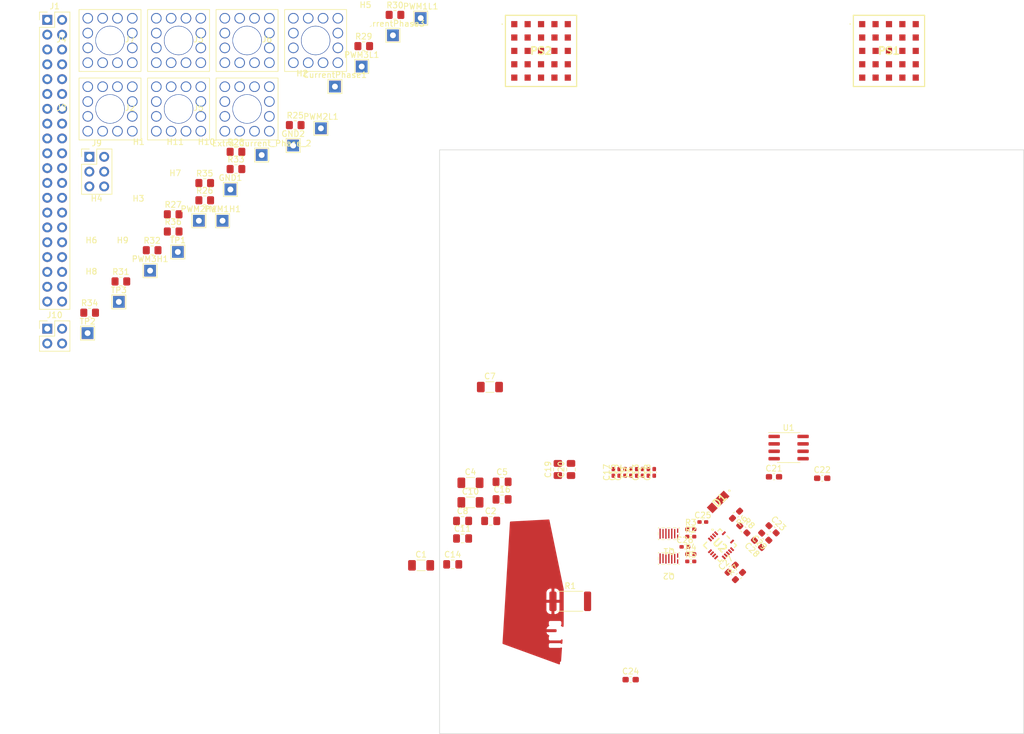
<source format=kicad_pcb>
(kicad_pcb (version 20211014) (generator pcbnew)
  (layers (0 "F.Cu" signal) (1 "In1.Cu" signal) (2 "In2.Cu" signal) (31 "B.Cu" signal) (34 "B.Paste" user) (35 "F.Paste" user) (36 "B.SilkS" user "B.Silkscreen") (37 "F.SilkS" user "F.Silkscreen") (38 "B.Mask" user) (39 "F.Mask" user) (44 "Edge.Cuts" user))
  (net 0 "")
  (net 1 "GNDPWR")
  (net 6 "/halfbridge1/Batt+")
  (net 7 "/halfbridge1/5V")
  (net 8 "/halfbridge1/12V")
  (net 10 "CurrentPhase3")
  (net 16 "Net-(J10-Pad3)")
  (net 21 "Hall_A")
  (net 22 "Hall_B")
  (net 24 "Hall_C")
  (net 25 "Net-(J9-Pad4)")
  (net 31 "CurrentPhase1")
  (net 32 "extraCurrentPhase2")
  (net 33 "Net-(C22-Pad2)")
  (net 34 "Net-(C23-Pad1)")
  (net 35 "Net-(C24-Pad1)")
  (net 36 "Net-(C24-Pad2)")
  (net 37 "Net-(C25-Pad2)")
  (net 38 "Net-(C26-Pad1)")
  (net 39 "Net-(C27-Pad1)")
  (net 40 "Net-(D1-Pad1)")
  (net 41 "Batt+")
  (net 42 "5V")
  (net 43 "PWM2H")
  (net 44 "12V")
  (net 49 "/DCDC12/PGOOD_1")
  (net 50 "/DCDC5V/PGOOD_2")
  (net 51 "/DCDC5V/TRIM_2")
  (net 52 "PWM1H")
  (net 53 "PWM2L")
  (net 54 "/halfbridge1/EN_uC")
  (net 55 "PWM1L")
  (net 56 "PWM3L")
  (net 57 "PWM3H")
  (net 58 "Phase3")
  (net 59 "Phase2")
  (net 60 "Phase1")
  (net 61 "Net-(Q1-Pad1)")
  (net 62 "Net-(Q1-Pad3)")
  (net 63 "Net-(Q2-Pad3)")
  (net 64 "Net-(R2-Pad2)")
  (net 65 "Net-(R3-Pad2)")
  (net 66 "Net-(R4-Pad2)")
  (net 67 "Net-(R5-Pad2)")
  (net 68 "/halfbridge1/CurrentMesurement")
  (net 69 "Net-(J9-Pad5)")
  (net 70 "Net-(J9-Pad6)")
  (net 71 "EnablePhase3")
  (net 72 "EnablePhase1")
  (net 73 "EnablePhase2")
  (net 74 "/halfbridge1/Phase")
  (net 79 "/halfbridge1/LIN_uC")
  (net 80 "/halfbridge1/HIN_uC")
  (footprint "TerminalBlock_Wuerth:TerminalBlock_Wuerth_7461086" (layer "F.Cu") (at -0.895 25.055)
    (fp_text reference "J6" (at -4.5 -4 unlocked) (layer "F.SilkS"))
    (fp_text value "105-1102-001")
    (pad "1" thru_hole circle (at 0 -7.62) (size 1.8 1.8) (drill 1.475) (layers *.Cu *.Mask) (net 44 "12V"))
    (pad "1" thru_hole circle (at 0 -2.54) (size 1.8 1.8) (drill 1.475) (layers *.Cu *.Mask) (net 44 "12V"))
    (pad "1" thru_hole circle (at 2.54 0) (size 1.8 1.8) (drill 1.475) (layers *.Cu *.Mask) (net 44 "12V"))
    (pad "1" thru_hole circle (at 5.08 0) (size 1.8 1.8) (drill 1.475) (layers *.Cu *.Mask) (net 44 "12V"))
    (pad "1" thru_hole circle (at 3.81 -3.81) (size 5 5) (drill 4.8) (layers *.Cu *.Mask) (net 44 "12V"))
    (pad "1" thru_hole circle (at 7.62 -7.62) (size 1.8 1.8) (drill 1.475) (layers *.Cu *.Mask) (net 44 "12V"))
    (pad "1" thru_hole circle (at 5.08 -7.62) (size 1.8 1.8) (drill 1.475) (layers *.Cu *.Mask) (net 44 "12V"))
    (pad "1" thru_hole circle (at 7.62 0) (size 1.8 1.8) (drill 1.475) (layers *.Cu *.Mask) (net 44 "12V"))
    (pad "1" thru_hole circle (at 0 -5.08) (size 1.8 1.8) (drill 1.475) (layers *.Cu *.Mask) (net 44 "12V"))
    (pad "1" thru_hole circle (at 7.62 -2.54) (size 1.8 1.8) (drill 1.475) (layers *.Cu *.Mask) (net 44 "12V"))
    (pad "1" thru_hole circle (at 7.62 -5.08) (size 1.8 1.8) (drill 1.475) (layers *.Cu *.Mask) (net 44 "12V"))
    (pad "1" thru_hole circle (at 0 0) (size 1.8 1.8) (drill 1.475) (layers *.Cu *.Mask) (net 44 "12V"))
    (pad "1" thru_hole circle (at 2.54 -7.62) (size 1.8 1.8) (drill 1.475) (layers *.Cu *.Mask) (net 44 "12V"))
  )
  (footprint "Capacitor_SMD:C_1206_3216Metric_Pad1.33x1.80mm_HandSolder" (layer "F.Cu") (at 20.97 111.15)
    (fp_text reference "C1" (at 0 -1.85) (layer "F.SilkS"))
    (fp_text value "4.7u")
    (pad "1" smd roundrect (at -1.5625 0) (size 1.325 1.8) (layers "F.Cu" "F.Paste" "F.Mask") (roundrect_rratio 0.188679) (net 6 "/halfbridge1/Batt+"))
    (pad "2" smd roundrect (at 1.5625 0) (size 1.325 1.8) (layers "F.Cu" "F.Paste" "F.Mask") (roundrect_rratio 0.188679) (net 1 "GNDPWR"))
  )
  (footprint "Capacitor_SMD:C_0402_1005Metric_Pad0.74x0.62mm_HandSolder" (layer "F.Cu") (at 59.88 95.23 90)
    (fp_text reference "C3" (at 0 -1.16 90) (layer "F.SilkS"))
    (fp_text value "0.1u")
    (pad "1" smd roundrect (at -0.5675 0 90) (size 0.735 0.62) (layers "F.Cu" "F.Paste" "F.Mask") (net 6 "/halfbridge1/Batt+"))
    (pad "2" smd roundrect (at 0.5675 0 90) (size 0.735 0.62) (layers "F.Cu" "F.Paste" "F.Mask") (net 1 "GNDPWR"))
  )
  (footprint "TestPoint:TestPoint_THTPad_2.0x2.0mm_Drill1.0mm" (layer "F.Cu") (at 16.15 20.36)
    (fp_text reference "CurrentPhase3" (at 0 -1.998) (layer "F.SilkS"))
    (fp_text value "TestPoint")
    (pad "1" thru_hole rect (at 0 0) (size 2 2) (drill 1) (layers *.Cu *.Mask) (net 10 "CurrentPhase3"))
  )
  (footprint "Connector_PinHeader_2.54mm:PinHeader_2x20_P2.54mm_Vertical" (layer "F.Cu") (at -43.02 17.71)
    (fp_text reference "J1" (at 1.27 -2.33) (layer "F.SilkS"))
    (fp_text value "GPI0_1")
    (pad "1" thru_hole rect (at 0 0) (size 1.7 1.7) (drill 1) (layers *.Cu *.Mask))
    (pad "2" thru_hole oval (at 2.54 0) (size 1.7 1.7) (drill 1) (layers *.Cu *.Mask))
    (pad "3" thru_hole oval (at 0 2.54) (size 1.7 1.7) (drill 1) (layers *.Cu *.Mask))
    (pad "4" thru_hole oval (at 2.54 2.54) (size 1.7 1.7) (drill 1) (layers *.Cu *.Mask))
    (pad "5" thru_hole oval (at 0 5.08) (size 1.7 1.7) (drill 1) (layers *.Cu *.Mask) (net 72 "EnablePhase1"))
    (pad "6" thru_hole oval (at 2.54 5.08) (size 1.7 1.7) (drill 1) (layers *.Cu *.Mask) (net 73 "EnablePhase2"))
    (pad "7" thru_hole oval (at 0 7.62) (size 1.7 1.7) (drill 1) (layers *.Cu *.Mask) (net 71 "EnablePhase3"))
    (pad "8" thru_hole oval (at 2.54 7.62) (size 1.7 1.7) (drill 1) (layers *.Cu *.Mask))
    (pad "9" thru_hole oval (at 0 10.16) (size 1.7 1.7) (drill 1) (layers *.Cu *.Mask) (net 32 "extraCurrentPhase2"))
    (pad "10" thru_hole oval (at 2.54 10.16) (size 1.7 1.7) (drill 1) (layers *.Cu *.Mask))
    (pad "11" thru_hole oval (at 0 12.7) (size 1.7 1.7) (drill 1) (layers *.Cu *.Mask))
    (pad "12" thru_hole oval (at 2.54 12.7) (size 1.7 1.7) (drill 1) (layers *.Cu *.Mask) (net 1 "GNDPWR"))
    (pad "13" thru_hole oval (at 0 15.24) (size 1.7 1.7) (drill 1) (layers *.Cu *.Mask))
    (pad "14" thru_hole oval (at 2.54 15.24) (size 1.7 1.7) (drill 1) (layers *.Cu *.Mask))
    (pad "15" thru_hole oval (at 0 17.78) (size 1.7 1.7) (drill 1) (layers *.Cu *.Mask))
    (pad "16" thru_hole oval (at 2.54 17.78) (size 1.7 1.7) (drill 1) (layers *.Cu *.Mask) (net 31 "CurrentPhase1"))
    (pad "17" thru_hole oval (at 0 20.32) (size 1.7 1.7) (drill 1) (layers *.Cu *.Mask) (net 55 "PWM1L"))
    (pad "18" thru_hole oval (at 2.54 20.32) (size 1.7 1.7) (drill 1) (layers *.Cu *.Mask) (net 52 "PWM1H"))
    (pad "19" thru_hole oval (at 0 22.86) (size 1.7 1.7) (drill 1) (layers *.Cu *.Mask) (net 53 "PWM2L"))
    (pad "20" thru_hole oval (at 2.54 22.86) (size 1.7 1.7) (drill 1) (layers *.Cu *.Mask) (net 43 "PWM2H"))
    (pad "21" thru_hole oval (at 0 25.4) (size 1.7 1.7) (drill 1) (layers *.Cu *.Mask) (net 56 "PWM3L"))
    (pad "22" thru_hole oval (at 2.54 25.4) (size 1.7 1.7) (drill 1) (layers *.Cu *.Mask) (net 57 "PWM3H"))
    (pad "23" thru_hole oval (at 0 27.94) (size 1.7 1.7) (drill 1) (layers *.Cu *.Mask) (net 32 "extraCurrentPhase2"))
    (pad "24" thru_hole oval (at 2.54 27.94) (size 1.7 1.7) (drill 1) (layers *.Cu *.Mask))
    (pad "25" thru_hole oval (at 0 30.48) (size 1.7 1.7) (drill 1) (layers *.Cu *.Mask))
    (pad "26" thru_hole oval (at 2.54 30.48) (size 1.7 1.7) (drill 1) (layers *.Cu *.Mask))
    (pad "27" thru_hole oval (at 0 33.02) (size 1.7 1.7) (drill 1) (layers *.Cu *.Mask))
    (pad "28" thru_hole oval (at 2.54 33.02) (size 1.7 1.7) (drill 1) (layers *.Cu *.Mask) (net 31 "CurrentPhase1"))
    (pad "29" thru_hole oval (at 0 35.56) (size 1.7 1.7) (drill 1) (layers *.Cu *.Mask) (net 10 "CurrentPhase3"))
    (pad "30" thru_hole oval (at 2.54 35.56) (size 1.7 1.7) (drill 1) (layers *.Cu *.Mask) (net 1 "GNDPWR"))
    (pad "31" thru_hole oval (at 0 38.1) (size 1.7 1.7) (drill 1) (layers *.Cu *.Mask))
    (pad "32" thru_hole oval (at 2.54 38.1) (size 1.7 1.7) (drill 1) (layers *.Cu *.Mask) (net 21 "Hall_A"))
    (pad "33" thru_hole oval (at 0 40.64) (size 1.7 1.7) (drill 1) (layers *.Cu *.Mask) (net 22 "Hall_B"))
    (pad "34" thru_hole oval (at 2.54 40.64) (size 1.7 1.7) (drill 1) (layers *.Cu *.Mask) (net 24 "Hall_C"))
    (pad "35" thru_hole oval (at 0 43.18) (size 1.7 1.7) (drill 1) (layers *.Cu *.Mask))
    (pad "36" thru_hole oval (at 2.54 43.18) (size 1.7 1.7) (drill 1) (layers *.Cu *.Mask))
    (pad "37" thru_hole oval (at 0 45.72) (size 1.7 1.7) (drill 1) (layers *.Cu *.Mask))
    (pad "38" thru_hole oval (at 2.54 45.72) (size 1.7 1.7) (drill 1) (layers *.Cu *.Mask))
    (pad "39" thru_hole oval (at 0 48.26) (size 1.7 1.7) (drill 1) (layers *.Cu *.Mask) (net 10 "CurrentPhase3"))
    (pad "40" thru_hole oval (at 2.54 48.26) (size 1.7 1.7) (drill 1) (layers *.Cu *.Mask))
  )
  (footprint "MountingHole:MountingHole_3.2mm_M3_DIN965" (layer "F.Cu") (at -34.57 52.12)
    (fp_text reference "H4" (at 0 -3.8) (layer "F.SilkS"))
    (fp_text value "MountingHole")
    (pad "" np_thru_hole circle (at 0 0) (size 3.2 3.2) (drill 3.2) (layers *.Cu *.Mask))
  )
  (footprint "MountingHole:MountingHole_2.2mm_M2_DIN965" (layer "F.Cu") (at 11.45 18.06)
    (fp_text reference "H5" (at 0 -2.9) (layer "F.SilkS"))
    (fp_text value "MountingHole")
    (pad "" np_thru_hole circle (at 0 0) (size 2.2 2.2) (drill 2.2) (layers *.Cu *.Mask))
  )
  (footprint "Capacitor_SMD:C_0603_1608Metric_Pad1.08x0.95mm_HandSolder" (layer "F.Cu") (at 56.84 130.73)
    (fp_text reference "C24" (at 0 -1.43) (layer "F.SilkS"))
    (fp_text value "1,2nF")
    (pad "1" smd roundrect (at -0.8625 0) (size 1.075 0.95) (layers "F.Cu" "F.Paste" "F.Mask") (net 35 "Net-(C24-Pad1)"))
    (pad "2" smd roundrect (at 0.8625 0) (size 1.075 0.95) (layers "F.Cu" "F.Paste" "F.Mask") (net 36 "Net-(C24-Pad2)"))
  )
  (footprint "Resistor_SMD:R_0805_2012Metric_Pad1.20x1.40mm_HandSolder" (layer "F.Cu") (at -35.77 67.87)
    (fp_text reference "R34" (at 0 -1.65) (layer "F.SilkS"))
    (fp_text value "5.6")
    (pad "1" smd roundrect (at -1 0) (size 1.2 1.4) (layers "F.Cu" "F.Paste" "F.Mask") (roundrect_rratio 0.208333) (net 22 "Hall_B"))
    (pad "2" smd roundrect (at 1 0) (size 1.2 1.4) (layers "F.Cu" "F.Paste" "F.Mask") (roundrect_rratio 0.208333) (net 1 "GNDPWR"))
  )
  (footprint "Capacitor_SMD:C_0603_1608Metric_Pad1.08x0.95mm_HandSolder" (layer "F.Cu") (at 81.38 95.98)
    (fp_text reference "C21" (at 0 -1.43) (layer "F.SilkS"))
    (fp_text value "0,1u")
    (pad "1" smd roundrect (at -0.8625 0) (size 1.075 0.95) (layers "F.Cu" "F.Paste" "F.Mask") (net 7 "/halfbridge1/5V"))
    (pad "2" smd roundrect (at 0.8625 0) (size 1.075 0.95) (layers "F.Cu" "F.Paste" "F.Mask") (net 1 "GNDPWR"))
  )
  (footprint "Resistor_SMD:R_0805_2012Metric_Pad1.20x1.40mm_HandSolder" (layer "F.Cu") (at 16.5 16.86)
    (fp_text reference "R30" (at 0 -1.65) (layer "F.SilkS"))
    (fp_text value "5.6")
    (pad "1" smd roundrect (at -1 0) (size 1.2 1.4) (layers "F.Cu" "F.Paste" "F.Mask") (roundrect_rratio 0.208333) (net 32 "extraCurrentPhase2"))
    (pad "2" smd roundrect (at 1 0) (size 1.2 1.4) (layers "F.Cu" "F.Paste" "F.Mask") (roundrect_rratio 0.208333) (net 1 "GNDPWR"))
  )
  (footprint "Capacitor_SMD:C_0603_1608Metric_Pad1.08x0.95mm_HandSolder" (layer "F.Cu") (at 81.13 104.98 -45)
    (fp_text reference "C23" (at 0 -1.43 135) (layer "F.SilkS"))
    (fp_text value "0,1u")
    (pad "1" smd roundrect (at -0.8625 0 315) (size 1.075 0.95) (layers "F.Cu" "F.Paste" "F.Mask") (net 34 "Net-(C23-Pad1)"))
    (pad "2" smd roundrect (at 0.8625 0 315) (size 1.075 0.95) (layers "F.Cu" "F.Paste" "F.Mask") (net 1 "GNDPWR"))
  )
  (footprint "Capacitor_SMD:C_0402_1005Metric_Pad0.74x0.62mm_HandSolder" (layer "F.Cu") (at 69.1975 103.73)
    (fp_text reference "C25" (at 0 -1.16) (layer "F.SilkS"))
    (fp_text value "1,2nF")
    (pad "1" smd roundrect (at -0.5675 0) (size 0.735 0.62) (layers "F.Cu" "F.Paste" "F.Mask") (net 35 "Net-(C24-Pad1)"))
    (pad "2" smd roundrect (at 0.5675 0) (size 0.735 0.62) (layers "F.Cu" "F.Paste" "F.Mask") (net 37 "Net-(C25-Pad2)"))
  )
  (footprint "MountingHole:MountingHole_3.2mm_M3_DIN965" (layer "F.Cu") (at -27.37 42.42)
    (fp_text reference "H1" (at 0 -3.8) (layer "F.SilkS"))
    (fp_text value "MountingHole")
    (pad "" np_thru_hole circle (at 0 0) (size 3.2 3.2) (drill 3.2) (layers *.Cu *.Mask))
  )
  (footprint "TestPoint:TestPoint_THTPad_2.0x2.0mm_Drill1.0mm" (layer "F.Cu") (at -6.32 40.87)
    (fp_text reference "Extra_Current_Phase_2" (at 0 -1.998) (layer "F.SilkS"))
    (fp_text value "TestPoint")
    (pad "1" thru_hole rect (at 0 0) (size 2 2) (drill 1) (layers *.Cu *.Mask) (net 32 "extraCurrentPhase2"))
  )
  (footprint "MountingHole:MountingHole_3.2mm_M3_DIN965" (layer "F.Cu") (at 0.62 30.69)
    (fp_text reference "H2" (at 0 -3.8) (layer "F.SilkS"))
    (fp_text value "MountingHole")
    (pad "" np_thru_hole circle (at 0 0) (size 3.2 3.2) (drill 3.2) (layers *.Cu *.Mask))
  )
  (footprint "TestPoint:TestPoint_THTPad_2.0x2.0mm_Drill1.0mm" (layer "F.Cu") (at 3.82 36.29)
    (fp_text reference "PWM2L1" (at 0 -1.998) (layer "F.SilkS"))
    (fp_text value "TestPoint")
    (pad "1" thru_hole rect (at 0 0) (size 2 2) (drill 1) (layers *.Cu *.Mask) (net 53 "PWM2L"))
  )
  (footprint "MountingHole:MountingHole_3.2mm_M3_DIN965" (layer "F.Cu") (at -27.42 52.12)
    (fp_text reference "H3" (at 0 -3.8) (layer "F.SilkS"))
    (fp_text value "MountingHole")
    (pad "" np_thru_hole circle (at 0 0) (size 3.2 3.2) (drill 3.2) (layers *.Cu *.Mask))
  )
  (footprint "TestPoint:TestPoint_THTPad_2.0x2.0mm_Drill1.0mm" (layer "F.Cu") (at 6.22 29.14)
    (fp_text reference "CurrentPhase1" (at 0 -1.998) (layer "F.SilkS"))
    (fp_text value "TestPoint")
    (pad "1" thru_hole rect (at 0 0) (size 2 2) (drill 1) (layers *.Cu *.Mask) (net 31 "CurrentPhase1"))
  )
  (footprint "Capacitor_SMD:C_0402_1005Metric_Pad0.74x0.62mm_HandSolder" (layer "F.Cu") (at 56.88 95.23 90)
    (fp_text reference "C9" (at 0 -1.16 90) (layer "F.SilkS"))
    (fp_text value "0.1u")
    (pad "1" smd roundrect (at -0.5675 0 90) (size 0.735 0.62) (layers "F.Cu" "F.Paste" "F.Mask") (net 6 "/halfbridge1/Batt+"))
    (pad "2" smd roundrect (at 0.5675 0 90) (size 0.735 0.62) (layers "F.Cu" "F.Paste" "F.Mask") (net 1 "GNDPWR"))
  )
  (footprint "TestPoint:TestPoint_THTPad_2.0x2.0mm_Drill1.0mm" (layer "F.Cu") (at -20.67 57.47)
    (fp_text reference "TP1" (at 0 -1.998) (layer "F.SilkS"))
    (fp_text value "Phase3")
    (pad "1" thru_hole rect (at 0 0) (size 2 2) (drill 1) (layers *.Cu *.Mask) (net 58 "Phase3"))
  )
  (footprint "Capacitor_SMD:C_0402_1005Metric_Pad0.74x0.62mm_HandSolder" (layer "F.Cu") (at 60.88 95.23 90)
    (fp_text reference "C18" (at 0 -1.16 90) (layer "F.SilkS"))
    (fp_text value "0.1u")
    (pad "1" smd roundrect (at -0.5675 0 90) (size 0.735 0.62) (layers "F.Cu" "F.Paste" "F.Mask") (net 6 "/halfbridge1/Batt+"))
    (pad "2" smd roundrect (at 0.5675 0 90) (size 0.735 0.62) (layers "F.Cu" "F.Paste" "F.Mask") (net 1 "GNDPWR"))
  )
  (footprint "Capacitor_SMD:C_0805_2012Metric_Pad1.18x1.45mm_HandSolder" (layer "F.Cu") (at 28.07 106.55)
    (fp_text reference "C11" (at 0 -1.68) (layer "F.SilkS"))
    (fp_text value "1u")
    (pad "1" smd roundrect (at -1.0375 0) (size 1.175 1.45) (layers "F.Cu" "F.Paste" "F.Mask") (roundrect_rratio 0.212766) (net 6 "/halfbridge1/Batt+"))
    (pad "2" smd roundrect (at 1.0375 0) (size 1.175 1.45) (layers "F.Cu" "F.Paste" "F.Mask") (roundrect_rratio 0.212766) (net 1 "GNDPWR"))
  )
  (footprint "Capacitor_SMD:C_0805_2012Metric_Pad1.18x1.45mm_HandSolder" (layer "F.Cu") (at 44.38 94.73 90)
    (fp_text reference "C19" (at 0 -1.68 90) (layer "F.SilkS"))
    (fp_text value "1u")
    (pad "1" smd roundrect (at -1.0375 0 90) (size 1.175 1.45) (layers "F.Cu" "F.Paste" "F.Mask") (roundrect_rratio 0.212766) (net 6 "/halfbridge1/Batt+"))
    (pad "2" smd roundrect (at 1.0375 0 90) (size 1.175 1.45) (layers "F.Cu" "F.Paste" "F.Mask") (roundrect_rratio 0.212766) (net 1 "GNDPWR"))
  )
  (footprint "Resistor_SMD:R_0402_1005Metric_Pad0.72x0.64mm_HandSolder" (layer "F.Cu") (at 67.13 104.98)
    (fp_text reference "R3" (at 0 -1.17) (layer "F.SilkS"))
    (fp_text value "3.3")
    (pad "1" smd roundrect (at -0.5975 0) (size 0.715 0.64) (layers "F.Cu" "F.Paste" "F.Mask") (net 62 "Net-(Q1-Pad3)"))
    (pad "2" smd roundrect (at 0.5975 0) (size 0.715 0.64) (layers "F.Cu" "F.Paste" "F.Mask") (net 65 "Net-(R3-Pad2)"))
  )
  (footprint "Capacitor_SMD:C_0805_2012Metric_Pad1.18x1.45mm_HandSolder" (layer "F.Cu") (at 26.38 110.98)
    (fp_text reference "C14" (at 0 -1.68) (layer "F.SilkS"))
    (fp_text value "1u")
    (pad "1" smd roundrect (at -1.0375 0) (size 1.175 1.45) (layers "F.Cu" "F.Paste" "F.Mask") (roundrect_rratio 0.212766) (net 6 "/halfbridge1/Batt+"))
    (pad "2" smd roundrect (at 1.0375 0) (size 1.175 1.45) (layers "F.Cu" "F.Paste" "F.Mask") (roundrect_rratio 0.212766) (net 1 "GNDPWR"))
  )
  (footprint "Capacitor_SMD:C_0805_2012Metric_Pad1.18x1.45mm_HandSolder" (layer "F.Cu") (at 32.88 103.54)
    (fp_text reference "C2" (at 0 -1.68) (layer "F.SilkS"))
    (fp_text value "1u")
    (pad "1" smd roundrect (at -1.0375 0) (size 1.175 1.45) (layers "F.Cu" "F.Paste" "F.Mask") (roundrect_rratio 0.212766) (net 6 "/halfbridge1/Batt+"))
    (pad "2" smd roundrect (at 1.0375 0) (size 1.175 1.45) (layers "F.Cu" "F.Paste" "F.Mask") (roundrect_rratio 0.212766) (net 1 "GNDPWR"))
  )
  (footprint "Resistor_SMD:R_0805_2012Metric_Pad1.20x1.40mm_HandSolder" (layer "F.Cu") (at -21.47 51.02)
    (fp_text reference "R27" (at 0 -1.65) (layer "F.SilkS"))
    (fp_text value "3.3")
    (pad "1" smd roundrect (at -1 0) (size 1.2 1.4) (layers "F.Cu" "F.Paste" "F.Mask") (roundrect_rratio 0.208333))
    (pad "2" smd roundrect (at 1 0) (size 1.2 1.4) (layers "F.Cu" "F.Paste" "F.Mask") (roundrect_rratio 0.208333) (net 31 "CurrentPhase1"))
  )
  (footprint "MountingHole:MountingHole_2.2mm_M2_DIN965" (layer "F.Cu") (at -15.77 41.52)
    (fp_text reference "H10" (at 0 -2.9) (layer "F.SilkS"))
    (fp_text value "MountingHole")
    (pad "" np_thru_hole circle (at 0 0) (size 2.2 2.2) (drill 2.2) (layers *.Cu *.Mask))
  )
  (footprint "RPMH12-0:RPMH1205" (layer "F.Cu") (at 101.06 23.03)
    (fp_text reference "PS1" (at 0 0) (layer "F.SilkS") (effects (font (size 1.27 1.27) (thickness 0.254))))
    (fp_text value "RPMH12-0.5" hide)
    (pad "A1" smd rect locked (at -4.58 -4.58 90) (size 1.06 1.06) (layers "F.Cu" "F.Paste" "F.Mask") (net 41 "Batt+"))
    (pad "A2" smd rect locked (at -2.29 -4.58 90) (size 1.06 1.06) (layers "F.Cu" "F.Paste" "F.Mask") (net 41 "Batt+"))
    (pad "A3" smd rect locked (at 0 -4.58 90) (size 1.06 1.06) (layers "F.Cu" "F.Paste" "F.Mask") (net 1 "GNDPWR"))
    (pad "A4" smd rect locked (at 2.29 -4.58 90) (size 1.06 1.06) (layers "F.Cu" "F.Paste" "F.Mask") (net 1 "GNDPWR"))
    (pad "A5" smd rect locked (at 4.58 -4.58 90) (size 1.06 1.06) (layers "F.Cu" "F.Paste" "F.Mask") (net 44 "12V"))
    (pad "B1" smd rect locked (at -4.58 -2.29 90) (size 1.06 1.06) (layers "F.Cu" "F.Paste" "F.Mask") (net 1 "GNDPWR"))
    (pad "B2" smd rect locked (at -2.29 -2.29 90) (size 1.06 1.06) (layers "F.Cu" "F.Paste" "F.Mask") (net 1 "GNDPWR"))
    (pad "B3" smd rect locked (at 0 -2.29 90) (size 1.06 1.06) (layers "F.Cu" "F.Paste" "F.Mask") (net 1 "GNDPWR"))
    (pad "B4" smd rect locked (at 2.29 -2.29 90) (size 1.06 1.06) (layers "F.Cu" "F.Paste" "F.Mask") (net 1 "GNDPWR"))
    (pad "B5" smd rect locked (at 4.58 -2.29 90) (size 1.06 1.06) (layers "F.Cu" "F.Paste" "F.Mask") (net 44 "12V"))
    (pad "C1" smd rect locked (at -4.58 0 90) (size 1.06 1.06) (layers "F.Cu" "F.Paste" "F.Mask") (net 41 "Batt+"))
    (pad "C2" smd rect locked (at -2.29 0 90) (size 1.06 1.06) (layers "F.Cu" "F.Paste" "F.Mask") (net 1 "GNDPWR"))
    (pad "C3" smd rect locked (at 0 0 90) (size 1.06 1.06) (layers "F.Cu" "F.Paste" "F.Mask") (net 1 "GNDPWR"))
    (pad "C4" smd rect locked (at 2.29 0 90) (size 1.06 1.06) (layers "F.Cu" "F.Paste" "F.Mask") (net 1 "GNDPWR"))
    (pad "C5" smd rect locked (at 4.58 0 90) (size 1.06 1.06) (layers "F.Cu" "F.Paste" "F.Mask") (net 44 "12V"))
    (pad "D1" smd rect locked (at -4.58 2.29 90) (size 1.06 1.06) (layers "F.Cu" "F.Paste" "F.Mask") (net 49 "/DCDC12/PGOOD_1"))
    (pad "D2" smd rect locked (at -2.29 2.29 90) (size 1.06 1.06) (layers "F.Cu" "F.Paste" "F.Mask") (net 1 "GNDPWR"))
    (pad "D3" smd rect locked (at 0 2.29 90) (size 1.06 1.06) (layers "F.Cu" "F.Paste" "F.Mask") (net 1 "GNDPWR"))
    (pad "D4" smd rect locked (at 2.29 2.29 90) (size 1.06 1.06) (layers "F.Cu" "F.Paste" "F.Mask") (net 1 "GNDPWR"))
    (pad "D5" smd rect locked (at 4.58 2.29 90) (size 1.06 1.06) (layers "F.Cu" "F.Paste" "F.Mask") (net 1 "GNDPWR"))
    (pad "E1" smd rect locked (at -4.58 4.58 90) (size 1.06 1.06) (layers "F.Cu" "F.Paste" "F.Mask"))
    (pad "E2" smd rect locked (at -2.29 4.58 90) (size 1.06 1.06) (layers "F.Cu" "F.Paste" "F.Mask"))
    (pad "E3" smd rect locked (at 0 4.58 90) (size 1.06 1.06) (layers "F.Cu" "F.Paste" "F.Mask") (net 1 "GNDPWR"))
    (pad "E4" smd rect locked (at 2.29 4.58 90) (size 1.06 1.06) (layers "F.Cu" "F.Paste" "F.Mask") (net 1 "GNDPWR"))
    (pad "E5" smd rect locked (at 4.58 4.58 90) (size 1.06 1.06) (layers "F.Cu" "F.Paste" "F.Mask"))
  )
  (footprint "Resistor_SMD:R_0402_1005Metric_Pad0.72x0.64mm_HandSolder" (layer "F.Cu") (at 67.13 106.23)
    (fp_text reference "R2" (at 0 -1.17) (layer "F.SilkS"))
    (fp_text value "6")
    (pad "1" smd roundrect (at -0.5975 0) (size 0.715 0.64) (layers "F.Cu" "F.Paste" "F.Mask") (net 62 "Net-(Q1-Pad3)"))
    (pad "2" smd roundrect (at 0.5975 0) (size 0.715 0.64) (layers "F.Cu" "F.Paste" "F.Mask") (net 64 "Net-(R2-Pad2)"))
  )
  (footprint "Resistor_SMD:R_0805_2012Metric_Pad1.20x1.40mm_HandSolder" (layer "F.Cu") (at -0.58 35.74)
    (fp_text reference "R25" (at 0 -1.65) (layer "F.SilkS"))
    (fp_text value "3.3")
    (pad "1" smd roundrect (at -1 0) (size 1.2 1.4) (layers "F.Cu" "F.Paste" "F.Mask") (roundrect_rratio 0.208333))
    (pad "2" smd roundrect (at 1 0) (size 1.2 1.4) (layers "F.Cu" "F.Paste" "F.Mask") (roundrect_rratio 0.208333) (net 10 "CurrentPhase3"))
  )
  (footprint "Capacitor_SMD:C_1206_3216Metric_Pad1.33x1.80mm_HandSolder" (layer "F.Cu") (at 29.42 97.01)
    (fp_text reference "C4" (at 0 -1.85) (layer "F.SilkS"))
    (fp_text value "4.7u")
    (pad "1" smd roundrect (at -1.5625 0) (size 1.325 1.8) (layers "F.Cu" "F.Paste" "F.Mask") (roundrect_rratio 0.188679) (net 6 "/halfbridge1/Batt+"))
    (pad "2" smd roundrect (at 1.5625 0) (size 1.325 1.8) (layers "F.Cu" "F.Paste" "F.Mask") (roundrect_rratio 0.188679) (net 1 "GNDPWR"))
  )
  (footprint "TestPoint:TestPoint_THTPad_2.0x2.0mm_Drill1.0mm" (layer "F.Cu") (at -25.42 60.67)
    (fp_text reference "PWM3H1" (at 0 -1.998) (layer "F.SilkS"))
    (fp_text value "TestPoint")
    (pad "1" thru_hole rect (at 0 0) (size 2 2) (drill 1) (layers *.Cu *.Mask) (net 57 "PWM3H"))
  )
  (footprint "TerminalBlock_Wuerth:TerminalBlock_Wuerth_7461086" (layer "F.Cu") (at -36.085 36.785)
    (fp_text reference "J8" (at -4.5 -4 unlocked) (layer "F.SilkS"))
    (fp_text value "105-1102-001")
    (pad "1" thru_hole circle (at 7.62 0) (size 1.8 1.8) (drill 1.475) (layers *.Cu *.Mask) (net 1 "GNDPWR"))
    (pad "1" thru_hole circle (at 2.54 -7.62) (size 1.8 1.8) (drill 1.475) (layers *.Cu *.Mask) (net 1 "GNDPWR"))
    (pad "1" thru_hole circle (at 2.54 0) (size 1.8 1.8) (drill 1.475) (layers *.Cu *.Mask) (net 1 "GNDPWR"))
    (pad "1" thru_hole circle (at 7.62 -5.08) (size 1.8 1.8) (drill 1.475) (layers *.Cu *.Mask) (net 1 "GNDPWR"))
    (pad "1" thru_hole circle (at 5.08 0) (size 1.8 1.8) (drill 1.475) (layers *.Cu *.Mask) (net 1 "GNDPWR"))
    (pad "1" thru_hole circle (at 7.62 -7.62) (size 1.8 1.8) (drill 1.475) (layers *.Cu *.Mask) (net 1 "GNDPWR"))
    (pad "1" thru_hole circle (at 0 0) (size 1.8 1.8) (drill 1.475) (layers *.Cu *.Mask) (net 1 "GNDPWR"))
    (pad "1" thru_hole circle (at 7.62 -2.54) (size 1.8 1.8) (drill 1.475) (layers *.Cu *.Mask) (net 1 "GNDPWR"))
    (pad "1" thru_hole circle (at 0 -5.08) (size 1.8 1.8) (drill 1.475) (layers *.Cu *.Mask) (net 1 "GNDPWR"))
    (pad "1" thru_hole circle (at 5.08 -7.62) (size 1.8 1.8) (drill 1.475) (layers *.Cu *.Mask) (net 1 "GNDPWR"))
    (pad "1" thru_hole circle (at 3.81 -3.81) (size 5 5) (drill 4.8) (layers *.Cu *.Mask) (net 1 "GNDPWR"))
    (pad "1" thru_hole circle (at 0 -7.62) (size 1.8 1.8) (drill 1.475) (layers *.Cu *.Mask) (net 1 "GNDPWR"))
    (pad "1" thru_hole circle (at 0 -2.54) (size 1.8 1.8) (drill 1.475) (layers *.Cu *.Mask) (net 1 "GNDPWR"))
  )
  (footprint "TestPoint:TestPoint_THTPad_2.0x2.0mm_Drill1.0mm" (layer "F.Cu") (at -30.77 66.02)
    (fp_text reference "TP3" (at 0 -1.998) (layer "F.SilkS"))
    (fp_text value "Phase2")
    (pad "1" thru_hole rect (at 0 0) (size 2 2) (drill 1) (layers *.Cu *.Mask) (net 59 "Phase2"))
  )
  (footprint "Capacitor_SMD:C_0603_1608Metric_Pad1.08x0.95mm_HandSolder" (layer "F.Cu") (at 79.88 106.23 135)
    (fp_text reference "C29" (at 0 -1.43 135) (layer "F.SilkS"))
    (fp_text value "100nF")
    (pad "1" smd roundrect (at -0.8625 0 135) (size 1.075 0.95) (layers "F.Cu" "F.Paste" "F.Mask") (net 1 "GNDPWR"))
    (pad "2" smd roundrect (at 0.8625 0 135) (size 1.075 0.95) (layers "F.Cu" "F.Paste" "F.Mask") (net 8 "/halfbridge1/12V"))
  )
  (footprint "TestPoint:TestPoint_THTPad_2.0x2.0mm_Drill1.0mm" (layer "F.Cu") (at -11.67 46.77)
    (fp_text reference "GND1" (at 0 -1.998) (layer "F.SilkS"))
    (fp_text value "TestPoint")
    (pad "1" thru_hole rect (at 0 0) (size 2 2) (drill 1) (layers *.Cu *.Mask) (net 1 "GNDPWR"))
  )
  (footprint "Capacitor_SMD:C_0603_1608Metric_Pad1.08x0.95mm_HandSolder" (layer "F.Cu") (at 74.13 111.73 45)
    (fp_text reference "C27" (at 0 -1.43 45) (layer "F.SilkS"))
    (fp_text value "100nF")
    (pad "1" smd roundrect (at -0.8625 0 45) (size 1.075 0.95) (layers "F.Cu" "F.Paste" "F.Mask") (net 39 "Net-(C27-Pad1)"))
    (pad "2" smd roundrect (at 0.8625 0 45) (size 1.075 0.95) (layers "F.Cu" "F.Paste" "F.Mask") (net 1 "GNDPWR"))
  )
  (footprint "Capacitor_SMD:C_0402_1005Metric_Pad0.74x0.62mm_HandSolder" (layer "F.Cu") (at 54.88 95.23 90)
    (fp_text reference "C15" (at 0 -1.16 90) (layer "F.SilkS"))
    (fp_text value "0.1u")
    (pad "1" smd roundrect (at -0.5675 0 90) (size 0.735 0.62) (layers "F.Cu" "F.Paste" "F.Mask") (net 6 "/halfbridge1/Batt+"))
    (pad "2" smd roundrect (at 0.5675 0 90) (size 0.735 0.62) (layers "F.Cu" "F.Paste" "F.Mask") (net 1 "GNDPWR"))
  )
  (footprint "Capacitor_SMD:C_0402_1005Metric_Pad0.74x0.62mm_HandSolder" (layer "F.Cu") (at 53.88 95.23 90)
    (fp_text reference "C17" (at 0 -1.16 90) (layer "F.SilkS"))
    (fp_text value "0.1u")
    (pad "1" smd roundrect (at -0.5675 0 90) (size 0.735 0.62) (layers "F.Cu" "F.Paste" "F.Mask") (net 6 "/halfbridge1/Batt+"))
    (pad "2" smd roundrect (at 0.5675 0 90) (size 0.735 0.62) (layers "F.Cu" "F.Paste" "F.Mask") (net 1 "GNDPWR"))
  )
  (footprint "Resistor_SMD:R_0805_2012Metric_Pad1.20x1.40mm_HandSolder" (layer "F.Cu") (at -16.07 48.62)
    (fp_text reference "R26" (at 0 -1.65) (layer "F.SilkS"))
    (fp_text value "5.6")
    (pad "1" smd roundrect (at -1 0) (size 1.2 1.4) (layers "F.Cu" "F.Paste" "F.Mask") (roundrect_rratio 0.208333) (net 10 "CurrentPhase3"))
    (pad "2" smd roundrect (at 1 0) (size 1.2 1.4) (layers "F.Cu" "F.Paste" "F.Mask") (roundrect_rratio 0.208333))
  )
  (footprint "Capacitor_SMD:C_0603_1608Metric_Pad1.08x0.95mm_HandSolder" (layer "F.Cu") (at 76.13 104.98 -45)
    (fp_text reference "R8" (at 0 -1.43 135) (layer "F.SilkS"))
    (fp_text value "1000")
    (pad "1" smd roundrect (at -0.8625 0 315) (size 1.075 0.95) (layers "F.Cu" "F.Paste" "F.Mask") (net 8 "/halfbridge1/12V"))
    (pad "2" smd roundrect (at 0.8625 0 315) (size 1.075 0.95) (layers "F.Cu" "F.Paste" "F.Mask") (net 54 "/halfbridge1/EN_uC"))
  )
  (footprint "Package_TO_SOT_THT:EPC2065 3.5x1.95 with Kelvin Gate" (layer "F.Cu") (at 63.38 109.98 180)
    (fp_text reference "Q2" (at 0 -3 180 unlocked) (layer "F.SilkS"))
    (fp_text value "GaN_FET_with_Source_Kelvin_Pin")
    (pad "1" smd roundrect (at -0.5 0 180) (size 0.23 1.78) (layers "F.Cu" "F.Paste" "F.Mask") (net 1 "GNDPWR"))
    (pad "1" smd roundrect (at 0.5 0 180) (size 0.23 1.78) (layers "F.Cu" "F.Paste" "F.Mask") (net 1 "GNDPWR"))
    (pad "1" smd roundrect (at 1.5 0 180) (size 0.23 1.78) (layers "F.Cu" "F.Paste" "F.Mask") (net 1 "GNDPWR"))
    (pad "2" smd roundrect (at -1.5 0.5125 180) (size 0.23 0.755) (layers "F.Cu" "F.Paste" "F.Mask") (net 1 "GNDPWR"))
    (pad "3" smd roundrect (at -1.5 -0.5125 180) (size 0.23 0.755) (layers "F.Cu" "F.Paste" "F.Mask") (net 63 "Net-(Q2-Pad3)"))
    (pad "4" smd roundrect (at 1 0 180) (size 0.23 1.605) (layers "F.Cu" "F.Paste" "F.Mask") (net 61 "Net-(Q1-Pad1)"))
    (pad "4" smd roundrect (at 0 0 180) (size 0.23 1.605) (layers "F.Cu" "F.Paste" "F.Mask") (net 61 "Net-(Q1-Pad1)"))
    (pad "4" smd roundrect (at -1 0 180) (size 0.23 1.605) (layers "F.Cu" "F.Paste" "F.Mask") (net 61 "Net-(Q1-Pad1)"))
  )
  (footprint "Capacitor_SMD:C_1206_3216Metric_Pad1.33x1.80mm_HandSolder" (layer "F.Cu") (at 29.42 100.36)
    (fp_text reference "C10" (at 0 -1.85) (layer "F.SilkS"))
    (fp_text value "4.7u")
    (pad "1" smd roundrect (at -1.5625 0) (size 1.325 1.8) (layers "F.Cu" "F.Paste" "F.Mask") (roundrect_rratio 0.188679) (net 6 "/halfbridge1/Batt+"))
    (pad "2" smd roundrect (at 1.5625 0) (size 1.325 1.8) (layers "F.Cu" "F.Paste" "F.Mask") (roundrect_rratio 0.188679) (net 1 "GNDPWR"))
  )
  (footprint "Resistor_SMD:R_0402_1005Metric_Pad0.72x0.64mm_HandSolder" (layer "F.Cu") (at 67.13 110.48)
    (fp_text reference "R5" (at 0 -1.17) (layer "F.SilkS"))
    (fp_text value "3.3")
    (pad "1" smd roundrect (at -0.5975 0) (size 0.715 0.64) (layers "F.Cu" "F.Paste" "F.Mask") (net 63 "Net-(Q2-Pad3)"))
    (pad "2" smd roundrect (at 0.5975 0) (size 0.715 0.64) (layers "F.Cu" "F.Paste" "F.Mask") (net 67 "Net-(R5-Pad2)"))
  )
  (footprint "Package_SO:SOIC-8_3.9x4.9mm_P1.27mm" (layer "F.Cu") (at 83.88 90.98)
    (fp_text reference "U1" (at 0 -3.4) (layer "F.SilkS"))
    (fp_text value "LT1999")
    (pad "1" smd roundrect (at -2.475 -1.905) (size 1.95 0.6) (layers "F.Cu" "F.Paste" "F.Mask") (net 7 "/halfbridge1/5V"))
    (pad "2" smd roundrect (at -2.475 -0.635) (size 1.95 0.6) (layers "F.Cu" "F.Paste" "F.Mask") (net 74 "/halfbridge1/Phase"))
    (pad "3" smd roundrect (at -2.475 0.635) (size 1.95 0.6) (layers "F.Cu" "F.Paste" "F.Mask") (net 61 "Net-(Q1-Pad1)"))
    (pad "4" smd roundrect (at -2.475 1.905) (size 1.95 0.6) (layers "F.Cu" "F.Paste" "F.Mask") (net 7 "/halfbridge1/5V"))
    (pad "5" smd roundrect (at 2.475 1.905) (size 1.95 0.6) (layers "F.Cu" "F.Paste" "F.Mask") (net 1 "GNDPWR"))
    (pad "6" smd roundrect (at 2.475 0.635) (size 1.95 0.6) (layers "F.Cu" "F.Paste" "F.Mask") (net 34 "Net-(C23-Pad1)"))
    (pad "7" smd roundrect (at 2.475 -0.635) (size 1.95 0.6) (layers "F.Cu" "F.Paste" "F.Mask") (net 68 "/halfbridge1/CurrentMesurement"))
    (pad "8" smd roundrect (at 2.475 -1.905) (size 1.95 0.6) (layers "F.Cu" "F.Paste" "F.Mask") (net 33 "Net-(C22-Pad2)"))
  )
  (footprint "S110Footprint:S110FP" (layer "F.Cu") (at 71.63 100.48 -135)
    (fp_text reference "D1" (at -0.656 0 45) (layer "F.SilkS") (effects (font (size 1.27 1.27) (thickness 0.254))))
    (fp_text value "DIODE" hide)
    (pad "1" smd rect locked (at -1.163 0 315) (size 1.4 2.3) (layers "F.Cu" "F.Paste" "F.Mask") (net 40 "Net-(D1-Pad1)"))
    (pad "2" smd rect locked (at 1.163 0 225) (size 1.25 1.4) (layers "F.Cu" "F.Paste" "F.Mask") (net 36 "Net-(C24-Pad2)"))
  )
  (footprint "NCP51810KiCad:NCP51810AMNTWG" (layer "F.Cu") (at 72.13 107.73 -45)
    (fp_text reference "U2" (at 0 0 135) (layer "F.SilkS") (effects (font (size 1.27 1.27) (thickness 0.254))))
    (fp_text value "NCP51810" hide)
    (pad "1" smd rect locked (at -1.925 -1 45) (size 0.32 0.75) (layers "F.Cu" "F.Paste" "F.Mask") (net 37 "Net-(C25-Pad2)"))
    (pad "2" smd rect locked (at -1.925 -0.5 45) (size 0.32 0.75) (layers "F.Cu" "F.Paste" "F.Mask") (net 64 "Net-(R2-Pad2)"))
    (pad "3" smd rect locked (at -1.925 0 45) (size 0.32 0.75) (layers "F.Cu" "F.Paste" "F.Mask") (net 65 "Net-(R3-Pad2)"))
    (pad "4" smd rect locked (at -1.925 0.5 45) (size 0.32 0.75) (layers "F.Cu" "F.Paste" "F.Mask") (net 35 "Net-(C24-Pad1)"))
    (pad "5" smd rect locked (at -0.5 1.925 315) (size 0.32 0.75) (layers "F.Cu" "F.Paste" "F.Mask") (net 38 "Net-(C26-Pad1)"))
    (pad "6" smd rect locked (at 0 1.925 315) (size 0.32 0.75) (layers "F.Cu" "F.Paste" "F.Mask") (net 66 "Net-(R4-Pad2)"))
    (pad "7" smd rect locked (at 0.5 1.925 315) (size 0.32 0.75) (layers "F.Cu" "F.Paste" "F.Mask") (net 67 "Net-(R5-Pad2)"))
    (pad "8" smd rect locked (at 1 1.925 315) (size 0.32 0.75) (layers "F.Cu" "F.Paste" "F.Mask") (net 1 "GNDPWR"))
    (pad "9" smd rect locked (at 1.925 1 45) (size 0.32 0.75) (layers "F.Cu" "F.Paste" "F.Mask") (net 39 "Net-(C27-Pad1)"))
    (pad "10" smd rect locked (at 1.925 0.5 45) (size 0.32 0.75) (layers "F.Cu" "F.Paste" "F.Mask") (net 1 "GNDPWR"))
    (pad "11" smd rect locked (at 1.925 0 45) (size 0.32 0.75) (layers "F.Cu" "F.Paste" "F.Mask") (net 79 "/halfbridge1/LIN_uC"))
    (pad "12" smd rect locked (at 1.925 -0.5 45) (size 0.32 0.75) (layers "F.Cu" "F.Paste" "F.Mask") (net 80 "/halfbridge1/HIN_uC"))
    (pad "13" smd rect locked (at 1.925 -1 45) (size 0.32 0.75) (layers "F.Cu" "F.Paste" "F.Mask") (net 54 "/halfbridge1/EN_uC"))
    (pad "14" smd rect locked (at 1 -1.925 315) (size 0.32 0.75) (layers "F.Cu" "F.Paste" "F.Mask") (net 8 "/halfbridge1/12V"))
    (pad "15" smd rect locked (at -1 -1.925 315) (size 0.32 0.75) (layers "F.Cu" "F.Paste" "F.Mask") (net 36 "Net-(C24-Pad2)"))
  )
  (footprint "TerminalBlock_Wuerth:TerminalBlock_Wuerth_7461086" (layer "F.Cu") (at -12.625 36.785)
    (fp_text reference "J5" (at -4.5 -4 unlocked) (layer "F.SilkS"))
    (fp_text value "105-1102-001")
    (pad "1" thru_hole circle (at 3.81 -3.81) (size 5 5) (drill 4.8) (layers *.Cu *.Mask) (net 60 "Phase1"))
    (pad "1" thru_hole circle (at 7.62 0) (size 1.8 1.8) (drill 1.475) (layers *.Cu *.Mask) (net 60 "Phase1"))
    (pad "1" thru_hole circle (at 2.54 -7.62) (size 1.8 1.8) (drill 1.475) (layers *.Cu *.Mask) (net 60 "Phase1"))
    (pad "1" thru_hole circle (at 0 0) (size 1.8 1.8) (drill 1.475) (layers *.Cu *.Mask) (net 60 "Phase1"))
    (pad "1" thru_hole circle (at 0 -2.54) (size 1.8 1.8) (drill 1.475) (layers *.Cu *.Mask) (net 60 "Phase1"))
    (pad "1" thru_hole circle (at 7.62 -5.08) (size 1.8 1.8) (drill 1.475) (layers *.Cu *.Mask) (net 60 "Phase1"))
    (pad "1" thru_hole circle (at 0 -7.62) (size 1.8 1.8) (drill 1.475) (layers *.Cu *.Mask) (net 60 "Phase1"))
    (pad "1" thru_hole circle (at 5.08 0) (size 1.8 1.8) (drill 1.475) (layers *.Cu *.Mask) (net 60 "Phase1"))
    (pad "1" thru_hole circle (at 5.08 -7.62) (size 1.8 1.8) (drill 1.475) (layers *.Cu *.Mask) (net 60 "Phase1"))
    (pad "1" thru_hole circle (at 7.62 -2.54) (size 1.8 1.8) (drill 1.475) (layers *.Cu *.Mask) (net 60 "Phase1"))
    (pad "1" thru_hole circle (at 0 -5.08) (size 1.8 1.8) (drill 1.475) (layers *.Cu *.Mask) (net 60 "Phase1"))
    (pad "1" thru_hole circle (at 7.62 -7.62) (size 1.8 1.8) (drill 1.475) (layers *.Cu *.Mask) (net 60 "Phase1"))
    (pad "1" thru_hole circle (at 2.54 0) (size 1.8 1.8) (drill 1.475) (layers *.Cu *.Mask) (net 60 "Phase1"))
  )
  (footprint "Capacitor_SMD:C_0805_2012Metric_Pad1.18x1.45mm_HandSolder" (layer "F.Cu") (at 34.83 99.85)
    (fp_text reference "C16" (at 0 -1.68) (layer "F.SilkS"))
    (fp_text value "1u")
    (pad "1" smd roundrect (at -1.0375 0) (size 1.175 1.45) (layers "F.Cu" "F.Paste" "F.Mask") (roundrect_rratio 0.212766) (net 6 "/halfbridge1/Batt+"))
    (pad "2" smd roundrect (at 1.0375 0) (size 1.175 1.45) (layers "F.Cu" "F.Paste" "F.Mask") (roundrect_rratio 0.212766) (net 1 "GNDPWR"))
  )
  (footprint "MountingHole:MountingHole_2.2mm_M2_DIN965" (layer "F.Cu") (at -35.47 58.37)
    (fp_text reference "H6" (at 0 -2.9) (layer "F.SilkS"))
    (fp_text value "MountingHole")
    (pad "" np_thru_hole circle (at 0 0) (size 2.2 2.2) (drill 2.2) (layers *.Cu *.Mask))
  )
  (footprint "Resistor_SMD:R_0805_2012Metric_Pad1.20x1.40mm_HandSolder" (layer "F.Cu") (at 11.15 22.21)
    (fp_text reference "R29" (at 0 -1.65) (layer "F.SilkS"))
    (fp_text value "3.3")
    (pad "1" smd roundrect (at -1 0) (size 1.2 1.4) (layers "F.Cu" "F.Paste" "F.Mask") (roundrect_rratio 0.208333))
    (pad "2" smd roundrect (at 1 0) (size 1.2 1.4) (layers "F.Cu" "F.Paste" "F.Mask") (roundrect_rratio 0.208333) (net 32 "extraCurrentPhase2"))
  )
  (footprint "Capacitor_SMD:C_0402_1005Metric_Pad0.74x0.62mm_HandSolder" (layer "F.Cu") (at 55.88 95.23 90)
    (fp_text reference "C12" (at 0 -1.16 90) (layer "F.SilkS"))
    (fp_text value "0.1u")
    (pad "1" smd roundrect (at -0.5675 0 90) (size 0.735 0.62) (layers "F.Cu" "F.Paste" "F.Mask") (net 6 "/halfbridge1/Batt+"))
    (pad "2" smd roundrect (at 0.5675 0 90) (size 0.735 0.62) (layers "F.Cu" "F.Paste" "F.Mask") (net 1 "GNDPWR"))
  )
  (footprint "Resistor_SMD:R_0805_2012Metric_Pad1.20x1.40mm_HandSolder" (layer "F.Cu") (at -21.47 53.97)
    (fp_text reference "R36" (at 0 -1.65) (layer "F.SilkS"))
    (fp_text value "5.6")
    (pad "1" smd roundrect (at -1 0) (size 1.2 1.4) (layers "F.Cu" "F.Paste" "F.Mask") (roundrect_rratio 0.208333) (net 24 "Hall_C"))
    (pad "2" smd roundrect (at 1 0) (size 1.2 1.4) (layers "F.Cu" "F.Paste" "F.Mask") (roundrect_rratio 0.208333) (net 1 "GNDPWR"))
  )
  (footprint "Resistor_SMD:R_0805_2012Metric_Pad1.20x1.40mm_HandSolder" (layer "F.Cu") (at -16.07 45.67)
    (fp_text reference "R35" (at 0 -1.65) (layer "F.SilkS"))
    (fp_text value "3.3")
    (pad "1" smd roundrect (at -1 0) (size 1.2 1.4) (layers "F.Cu" "F.Paste" "F.Mask") (roundrect_rratio 0.208333) (net 70 "Net-(J9-Pad6)"))
    (pad "2" smd roundrect (at 1 0) (size 1.2 1.4) (layers "F.Cu" "F.Paste" "F.Mask") (roundrect_rratio 0.208333) (net 24 "Hall_C"))
  )
  (footprint "Resistor_SMD:R_0805_2012Metric_Pad1.20x1.40mm_HandSolder" (layer "F.Cu") (at -10.72 40.32)
    (fp_text reference "R28" (at 0 -1.65) (layer "F.SilkS"))
    (fp_text value "5.6")
    (pad "1" smd roundrect (at -1 0) (size 1.2 1.4) (layers "F.Cu" "F.Paste" "F.Mask") (roundrect_rratio 0.208333) (net 31 "CurrentPhase1"))
    (pad "2" smd roundrect (at 1 0) (size 1.2 1.4) (layers "F.Cu" "F.Paste" "F.Mask") (roundrect_rratio 0.208333) (net 1 "GNDPWR"))
  )
  (footprint "MountingHole:MountingHole_2.2mm_M2_DIN965" (layer "F.Cu") (at -21.12 46.87)
    (fp_text reference "H7" (at 0 -2.9) (layer "F.SilkS"))
    (fp_text value "MountingHole")
    (pad "" np_thru_hole circle (at 0 0) (size 2.2 2.2) (drill 2.2) (layers *.Cu *.Mask))
  )
  (footprint "Capacitor_SMD:C_0603_1608Metric_Pad1.08x0.95mm_HandSolder" (layer "F.Cu") (at 74.88 102.48 -135)
    (fp_text reference "R6" (at 0 -1.43 45) (layer "F.SilkS"))
    (fp_text value "10")
    (pad "1" smd roundrect (at -0.8625 0 225) (size 1.075 0.95) (layers "F.Cu" "F.Paste" "F.Mask") (net 40 "Net-(D1-Pad1)"))
    (pad "2" smd roundrect (at 0.8625 0 225) (size 1.075 0.95) (layers "F.Cu" "F.Paste" "F.Mask") (net 8 "/halfbridge1/12V"))
  )
  (footprint "TerminalBlock_Wuerth:TerminalBlock_Wuerth_7461086" (layer "F.Cu") (at -24.355 25.055)
    (fp_text reference "J7" (at -4.5 -4 unlocked) (layer "F.SilkS"))
    (fp_text value "105-1102-001")
    (pad "1" thru_hole circle (at 0 -5.08) (size 1.8 1.8) (drill 1.475) (layers *.Cu *.Mask) (net 41 "Batt+"))
    (pad "1" thru_hole circle (at 5.08 -7.62) (size 1.8 1.8) (drill 1.475) (layers *.Cu *.Mask) (net 41 "Batt+"))
    (pad "1" thru_hole circle (at 7.62 -2.54) (size 1.8 1.8) (drill 1.475) (layers *.Cu *.Mask) (net 41 "Batt+"))
    (pad "1" thru_hole circle (at 2.54 -7.62) (size 1.8 1.8) (drill 1.475) (layers *.Cu *.Mask) (net 41 "Batt+"))
    (pad "1" thru_hole circle (at 0 -7.62) (size 1.8 1.8) (drill 1.475) (layers *.Cu *.Mask) (net 41 "Batt+"))
    (pad "1" thru_hole circle (at 0 0) (size 1.8 1.8) (drill 1.475) (layers *.Cu *.Mask) (net 41 "Batt+"))
    (pad "1" thru_hole circle (at 7.62 -5.08) (size 1.8 1.8) (drill 1.475) (layers *.Cu *.Mask) (net 41 "Batt+"))
    (pad "1" thru_hole circle (at 7.62 0) (size 1.8 1.8) (drill 1.475) (layers *.Cu *.Mask) (net 41 "Batt+"))
    (pad "1" thru_hole circle (at 5.08 0) (size 1.8 1.8) (drill 1.475) (layers *.Cu *.Mask) (net 41 "Batt+"))
    (pad "1" thru_hole circle (at 7.62 -7.62) (size 1.8 1.8) (drill 1.475) (layers *.Cu *.Mask) (net 41 "Batt+"))
    (pad "1" thru_hole circle (at 0 -2.54) (size 1.8 1.8) (drill 1.475) (layers *.Cu *.Mask) (net 41 "Batt+"))
    (pad "1" thru_hole circle (at 3.81 -3.81) (size 5 5) (drill 4.8) (layers *.Cu *.Mask) (net 41 "Batt+"))
    (pad "1" thru_hole circle (at 2.54 0) (size 1.8 1.8) (drill 1.475) (layers *.Cu *.Mask) (net 41 "Batt+"))
  )
  (footprint "Resistor_SMD:R_0805_2012Metric_Pad1.20x1.40mm_HandSolder" (layer "F.Cu") (at -10.72 43.27)
    (fp_text reference "R33" (at 0 -1.65) (layer "F.SilkS"))
    (fp_text value "3.3")
    (pad "1" smd roundrect (at -1 0) (size 1.2 1.4) (layers "F.Cu" "F.Paste" "F.Mask") (roundrect_rratio 0.208333) (net 69 "Net-(J9-Pad5)"))
    (pad "2" smd roundrect (at 1 0) (size 1.2 1.4) (layers "F.Cu" "F.Paste" "F.Mask") (roundrect_rratio 0.208333) (net 22 "Hall_B"))
  )
  (footprint "Capacitor_SMD:C_0603_1608Metric_Pad1.08x0.95mm_HandSolder" (layer "F.Cu") (at 75.38 112.98 45)
    (fp_text reference "R7" (at 0 -1.43 45) (layer "F.SilkS"))
    (fp_text value "0")
    (pad "1" smd roundrect (at -0.8625 0 45) (size 1.075 0.95) (layers "F.Cu" "F.Paste" "F.Mask") (net 39 "Net-(C27-Pad1)"))
    (pad "2" smd roundrect (at 0.8625 0 45) (size 1.075 0.95) (layers "F.Cu" "F.Paste" "F.Mask") (net 1 "GNDPWR"))
  )
  (footprint "MountingHole:MountingHole_2.2mm_M2_DIN965" (layer "F.Cu") (at -35.47 63.72)
    (fp_text reference "H8" (at 0 -2.9) (layer "F.SilkS"))
    (fp_text value "MountingHole")
    (pad "" np_thru_hole circle (at 0 0) (size 2.2 2.2) (drill 2.2) (layers *.Cu *.Mask))
  )
  (footprint "TestPoint:TestPoint_THTPad_2.0x2.0mm_Drill1.0mm" (layer "F.Cu") (at 10.8 25.71)
    (fp_text reference "PWM3L1" (at 0 -1.998) (layer "F.SilkS"))
    (fp_text value "TestPoint")
    (pad "1" thru_hole rect (at 0 0) (size 2 2) (drill 1) (layers *.Cu *.Mask) (net 56 "PWM3L"))
  )
  (footprint "Capacitor_SMD:C_0805_2012Metric_Pad1.18x1.45mm_HandSolder" (layer "F.Cu") (at 46.63 94.73 90)
    (fp_text reference "C20" (at 0 -1.68 90) (layer "F.SilkS"))
    (fp_text value "1u")
    (pad "1" smd roundrect (at -1.0375 0 90) (size 1.175 1.45) (layers "F.Cu" "F.Paste" "F.Mask") (roundrect_rratio 0.212766) (net 6 "/halfbridge1/Batt+"))
    (pad "2" smd roundrect (at 1.0375 0 90) (size 1.175 1.45) (layers "F.Cu" "F.Paste" "F.Mask") (roundrect_rratio 0.212766) (net 1 "GNDPWR"))
  )
  (footprint "TestPoint:TestPoint_THTPad_2.0x2.0mm_Drill1.0mm" (layer "F.Cu") (at 20.9 17.41)
    (fp_text reference "PWM1L1" (at 0 -1.998) (layer "F.SilkS"))
    (fp_text value "TestPoint")
    (pad "1" thru_hole rect (at 0 0) (size 2 2) (drill 1) (layers *.Cu *.Mask) (net 55 "PWM1L"))
  )
  (footprint "Resistor_SMD:R_0805_2012Metric_Pad1.20x1.40mm_HandSolder" (layer "F.Cu") (at -30.42 62.52)
    (fp_text reference "R31" (at 0 -1.65) (layer "F.SilkS"))
    (fp_text value "3.3")
    (pad "1" smd roundrect (at -1 0) (size 1.2 1.4) (layers "F.Cu" "F.Paste" "F.Mask") (roundrect_rratio 0.208333) (net 25 "Net-(J9-Pad4)"))
    (pad "2" smd roundrect (at 1 0) (size 1.2 1.4) (layers "F.Cu" "F.Paste" "F.Mask") (roundrect_rratio 0.208333) (net 21 "Hall_A"))
  )
  (footprint "RPM5-1:RPM5010CT" (layer "F.Cu") (at 41.5 23.03)
    (fp_text reference "PS2" (at 0 0) (layer "F.SilkS") (effects (font (size 1.27 1.27) (thickness 0.254))))
    (fp_text value "RPM5.0-1.0-CT" hide)
    (pad "A1" smd rect locked (at -4.58 -4.58 90) (size 1.06 1.06) (layers "F.Cu" "F.Paste" "F.Mask") (net 44 "12V"))
    (pad "A2" smd rect locked (at -2.29 -4.58 90) (size 1.06 1.06) (layers "F.Cu" "F.Paste" "F.Mask") (net 44 "12V"))
    (pad "A3" smd rect locked (at 0 -4.58 90) (size 1.06 1.06) (layers "F.Cu" "F.Paste" "F.Mask") (net 1 "GNDPWR"))
    (pad "A4" smd rect locked (at 2.29 -4.58 90) (size 1.06 1.06) (layers "F.Cu" "F.Paste" "F.Mask") (net 1 "GNDPWR"))
    (pad "A5" smd rect locked (at 4.58 -4.58 90) (size 1.06 1.06) (layers "F.Cu" "F.Paste" "F.Mask") (net 42 "5V"))
    (pad "B1" smd rect locked (at -4.58 -2.29 90) (size 1.06 1.06) (layers "F.Cu" "F.Paste" "F.Mask") (net 1 "GNDPWR"))
    (pad "B2" smd rect locked (at -2.29 -2.29 90) (size 1.06 1.06) (layers "F.Cu" "F.Paste" "F.Mask") (net 1 "GNDPWR"))
    (pad "B3" smd rect locked (at 0 -2.29 90) (size 1.06 1.06) (layers "F.Cu" "F.Paste" "F.Mask") (net 1 "GNDPWR"))
    (pad "B4" smd rect locked (at 2.29 -2.29 90) (size 1.06 1.06) (layers "F.Cu" "F.Paste" "F.Mask") (net 1 "GNDPWR"))
    (pad "B5" smd rect locked (at 4.58 -2.29 90) (size 1.06 1.06) (layers "F.Cu" "F.Paste" "F.Mask") (net 42 "5V"))
    (pad "C1" smd rect locked (at -4.58 0 90) (size 1.06 1.06) (layers "F.Cu" "F.Paste" "F.Mask") (net 49 "/DCDC12/PGOOD_1"))
    (pad "C2" smd rect locked (at -2.29 0 90) (size 1.06 1.06) (layers "F.Cu" "F.Paste" "F.Mask") (net 1 "GNDPWR"))
    (pad "C3" smd rect locked (at 0 0 90) (size 1.06 1.06) (layers "F.Cu" "F.Paste" "F.Mask") (net 1 "GNDPWR"))
    (pad "C4" smd rect locked (at 2.29 0 90) (size 1.06 1.06) (layers "F.Cu" "F.Paste" "F.Mask") (net 1 "GNDPWR"))
    (pad "C5" smd rect locked (at 4.58 0 90) (size 1.06 1.06) (layers "F.Cu" "F.Paste" "F.Mask") (net 42 "5V"))
    (pad "D1" smd rect locked (at -4.58 2.29 90) (size 1.06 1.06) (layers "F.Cu" "F.Paste" "F.Mask") (net 50 "/DCDC5V/PGOOD_2"))
    (pad "D2" smd rect locked (at -2.29 2.29 90) (size 1.06 1.06) (layers "F.Cu" "F.Paste" "F.Mask") (net 1 "GNDPWR"))
    (pad "D3" smd rect locked (at 0 2.29 90) (size 1.06 1.06) (layers "F.Cu" "F.Paste" "F.Mask") (net 1 "GNDPWR"))
    (pad "D4" smd rect locked (at 2.29 2.29 90) (size 1.06 1.06) (layers "F.Cu" "F.Paste" "F.Mask") (net 1 "GNDPWR"))
    (pad "D5" smd rect locked (at 4.58 2.29 90) (size 1.06 1.06) (layers "F.Cu" "F.Paste" "F.Mask") (net 1 "GNDPWR"))
    (pad "E1" smd rect locked (at -4.58 4.58 90) (size 1.06 1.06) (layers "F.Cu" "F.Paste" "F.Mask") (net 51 "/DCDC5V/TRIM_2"))
    (pad "E2" smd rect locked (at -2.29 4.58 90) (size 1.06 1.06) (layers "F.Cu" "F.Paste" "F.Mask"))
    (pad "E3" smd rect locked (at 0 4.58 90) (size 1.06 1.06) (layers "F.Cu" "F.Paste" "F.Mask") (net 1 "GNDPWR"))
    (pad "E4" smd rect locked (at 2.29 4.58 90) (size 1.06 1.06) (layers "F.Cu" "F.Paste" "F.Mask") (net 1 "GNDPWR"))
    (pad "E5" smd rect locked (at 4.58 4.58 90) (size 1.06 1.06) (layers "F.Cu" "F.Paste" "F.Mask") (net 51 "/DCDC5V/TRIM_2"))
  )
  (footprint "TestPoint:TestPoint_THTPad_2.0x2.0mm_Drill1.0mm" (layer "F.Cu") (at -0.93 39.24)
    (fp_text reference "GND2" (at 0 -1.998) (layer "F.SilkS"))
    (fp_text value "TestPoint")
    (pad "1" thru_hole rect (at 0 0) (size 2 2) (drill 1) (layers *.Cu *.Mask) (net 1 "GNDPWR"))
  )
  (footprint "Resistor_SMD:R_0402_1005Metric_Pad0.72x0.64mm_HandSolder" (layer "F.Cu") (at 67.13 109.23)
    (fp_text reference "R4" (at 0 -1.17) (layer "F.SilkS"))
    (fp_text value "6")
    (pad "1" smd roundrect (at -0.5975 0) (size 0.715 0.64) (layers "F.Cu" "F.Paste" "F.Mask") (net 63 "Net-(Q2-Pad3)"))
    (pad "2" smd roundrect (at 0.5975 0) (size 0.715 0.64) (layers "F.Cu" "F.Paste" "F.Mask") (net 66 "Net-(R4-Pad2)"))
  )
  (footprint "TestPoint:TestPoint_THTPad_2.0x2.0mm_Drill1.0mm" (layer "F.Cu") (at -13.02 52.12)
    (fp_text reference "PWM1H1" (at 0 -1.998) (layer "F.SilkS"))
    (fp_text value "TestPoint")
    (pad "1" thru_hole rect (at 0 0) (size 2 2) (drill 1) (layers *.Cu *.Mask) (net 52 "PWM1H"))
  )
  (footprint "TestPoint:TestPoint_THTPad_2.0x2.0mm_Drill1.0mm" (layer "F.Cu") (at -36.12 71.37)
    (fp_text reference "TP2" (at 0 -1.998) (layer "F.SilkS"))
    (fp_text value "Phase1")
    (pad "1" thru_hole rect (at 0 0) (size 2 2) (drill 1) (layers *.Cu *.Mask) (net 60 "Phase1"))
  )
  (footprint "Capacitor_SMD:C_0402_1005Metric_Pad0.74x0.62mm_HandSolder" (layer "F.Cu") (at 57.88 95.23 90)
    (fp_text reference "C6" (at 0 -1.16 90) (layer "F.SilkS"))
    (fp_text value "0.1u")
    (pad "1" smd roundrect (at -0.5675 0 90) (size 0.735 0.62) (layers "F.Cu" "F.Paste" "F.Mask") (net 6 "/halfbridge1/Batt+"))
    (pad "2" smd roundrect (at 0.5675 0 90) (size 0.735 0.62) (layers "F.Cu" "F.Paste" "F.Mask") (net 1 "GNDPWR"))
  )
  (footprint "MountingHole:MountingHole_2.2mm_M2_DIN965" (layer "F.Cu") (at -30.12 58.37)
    (fp_text reference "H9" (at 0 -2.9) (layer "F.SilkS"))
    (fp_text value "MountingHole")
    (pad "" np_thru_hole circle (at 0 0) (size 2.2 2.2) (drill 2.2) (layers *.Cu *.Mask))
  )
  (footprint "Capacitor_SMD:C_0603_1608Metric_Pad1.08x0.95mm_HandSolder" (layer "F.Cu") (at 78.63 107.48 135)
    (fp_text reference "C28" (at 0 -1.43 135) (layer "F.SilkS"))
    (fp_text value "10nF")
    (pad "1" smd roundrect (at -0.8625 0 135) (size 1.075 0.95) (layers "F.Cu" "F.Paste" "F.Mask") (net 1 "GNDPWR"))
    (pad "2" smd roundrect (at 0.8625 0 135) (size 1.075 0.95) (layers "F.Cu" "F.Paste" "F.Mask") (net 54 "/halfbridge1/EN_uC"))
  )
  (footprint "Connector_PinHeader_2.54mm:PinHeader_2x03_P2.54mm_Vertical" (layer "F.Cu") (at -35.82 41.17)
    (fp_text reference "J9" (at 1.27 -2.33) (layer "F.SilkS"))
    (fp_text value "Conn_02x03_Counter_Clockwise")
    (pad "1" thru_hole rect (at 0 0) (size 1.7 1.7) (drill 1) (layers *.Cu *.Mask) (net 16 "Net-(J10-Pad3)"))
    (pad "2" thru_hole oval (at 2.54 0) (size 1.7 1.7) (drill 1) (layers *.Cu *.Mask) (net 1 "GNDPWR"))
    (pad "3" thru_hole oval (at 0 2.54) (size 1.7 1.7) (drill 1) (layers *.Cu *.Mask) (net 1 "GNDPWR"))
    (pad "4" thru_hole oval (at 2.54 2.54) (size 1.7 1.7) (drill 1) (layers *.Cu *.Mask) (net 25 "Net-(J9-Pad4)"))
    (pad "5" thru_hole oval (at 0 5.08) (size 1.7 1.7) (drill 1) (layers *.Cu *.Mask) (net 69 "Net-(J9-Pad5)"))
    (pad "6" thru_hole oval (at 2.54 5.08) (size 1.7 1.7) (drill 1) (layers *.Cu *.Mask) (net 70 "Net-(J9-Pad6)"))
  )
  (footprint "Resistor_SMD:R_2512_6332Metric" (layer "F.Cu") (at 46.5 117.31)
    (fp_text reference "R1" (at 0 -2.62) (layer "F.SilkS"))
    (fp_text value "7m")
    (pad "1" smd roundrect (at -2.9625 0) (size 1.225 3.35) (layers "F.Cu" "F.Paste" "F.Mask") (roundrect_rratio 0.204082) (net 74 "/halfbridge1/Phase"))
    (pad "2" smd roundrect (at 2.9625 0) (size 1.225 3.35) (layers "F.Cu" "F.Paste" "F.Mask") (roundrect_rratio 0.204082) (net 61 "Net-(Q1-Pad1)"))
  )
  (footprint "TerminalBlock_Wuerth:TerminalBlock_Wuerth_7461086" (layer "F.Cu") (at -36.085 25.055)
    (fp_text reference "J4" (at -4.5 -4 unlocked) (layer "F.SilkS"))
    (fp_text value "105-1102-001")
    (pad "1" thru_hole circle (at 7.62 -5.08) (size 1.8 1.8) (drill 1.475) (layers *.Cu *.Mask) (net 59 "Phase2"))
    (pad "1" thru_hole circle (at 7.62 0) (size 1.8 1.8) (drill 1.475) (layers *.Cu *.Mask) (net 59 "Phase2"))
    (pad "1" thru_hole circle (at 0 0) (size 1.8 1.8) (drill 1.475) (layers *.Cu *.Mask) (net 59 "Phase2"))
    (pad "1" thru_hole circle (at 3.81 -3.81) (size 5 5) (drill 4.8) (layers *.Cu *.Mask) (net 59 "Phase2"))
    (pad "1" thru_hole circle (at 0 -5.08) (size 1.8 1.8) (drill 1.475) (layers *.Cu *.Mask) (net 59 "Phase2"))
    (pad "1" thru_hole circle (at 5.08 -7.62) (size 1.8 1.8) (drill 1.475) (layers *.Cu *.Mask) (net 59 "Phase2"))
    (pad "1" thru_hole circle (at 7.62 -2.54) (size 1.8 1.8) (drill 1.475) (layers *.Cu *.Mask) (net 59 "Phase2"))
    (pad "1" thru_hole circle (at 0 -2.54) (size 1.8 1.8) (drill 1.475) (layers *.Cu *.Mask) (net 59 "Phase2"))
    (pad "1" thru_hole circle (at 2.54 0) (size 1.8 1.8) (drill 1.475) (layers *.Cu *.Mask) (net 59 "Phase2"))
    (pad "1" thru_hole circle (at 5.08 0) (size 1.8 1.8) (drill 1.475) (layers *.Cu *.Mask) (net 59 "Phase2"))
    (pad "1" thru_hole circle (at 7.62 -7.62) (size 1.8 1.8) (drill 1.475) (layers *.Cu *.Mask) (net 59 "Phase2"))
    (pad "1" thru_hole circle (at 0 -7.62) (size 1.8 1.8) (drill 1.475) (layers *.Cu *.Mask) (net 59 "Phase2"))
    (pad "1" thru_hole circle (at 2.54 -7.62) (size 1.8 1.8) (drill 1.475) (layers *.Cu *.Mask) (net 59 "Phase2"))
  )
  (footprint "Capacitor_SMD:C_0805_2012Metric_Pad1.18x1.45mm_HandSolder" (layer "F.Cu") (at 34.83 96.84)
    (fp_text reference "C5" (at 0 -1.68) (layer "F.SilkS"))
    (fp_text value "1u")
    (pad "1" smd roundrect (at -1.0375 0) (size 1.175 1.45) (layers "F.Cu" "F.Paste" "F.Mask") (roundrect_rratio 0.212766) (net 6 "/halfbridge1/Batt+"))
    (pad "2" smd roundrect (at 1.0375 0) (size 1.175 1.45) (layers "F.Cu" "F.Paste" "F.Mask") (roundrect_rratio 0.212766) (net 1 "GNDPWR"))
  )
  (footprint "TerminalBlock_Wuerth:TerminalBlock_Wuerth_7461086" (layer "F.Cu") (at -24.355 36.785)
    (fp_text reference "J2" (at -4.5 -4 unlocked) (layer "F.SilkS"))
    (fp_text value "105-1102-001")
    (pad "1" thru_hole circle (at 2.54 -7.62) (size 1.8 1.8) (drill 1.475) (layers *.Cu *.Mask) (net 42 "5V"))
    (pad "1" thru_hole circle (at 5.08 0) (size 1.8 1.8) (drill 1.475) (layers *.Cu *.Mask) (net 42 "5V"))
    (pad "1" thru_hole circle (at 7.62 -7.62) (size 1.8 1.8) (drill 1.475) (layers *.Cu *.Mask) (net 42 "5V"))
    (pad "1" thru_hole circle (at 3.81 -3.81) (size 5 5) (drill 4.8) (layers *.Cu *.Mask) (net 42 "5V"))
    (pad "1" thru_hole circle (at 7.62 -5.08) (size 1.8 1.8) (drill 1.475) (layers *.Cu *.Mask) (net 42 "5V"))
    (pad "1" thru_hole circle (at 0 -2.54) (size 1.8 1.8) (drill 1.475) (layers *.Cu *.Mask) (net 42 "5V"))
    (pad "1" thru_hole circle (at 7.62 -2.54) (size 1.8 1.8) (drill 1.475) (layers *.Cu *.Mask) (net 42 "5V"))
    (pad "1" thru_hole circle (at 2.54 0) (size 1.8 1.8) (drill 1.475) (layers *.Cu *.Mask) (net 42 "5V"))
    (pad "1" thru_hole circle (at 5.08 -7.62) (size 1.8 1.8) (drill 1.475) (layers *.Cu *.Mask) (net 42 "5V"))
    (pad "1" thru_hole circle (at 0 0) (size 1.8 1.8) (drill 1.475) (layers *.Cu *.Mask) (net 42 "5V"))
    (pad "1" thru_hole circle (at 0 -7.62) (size 1.8 1.8) (drill 1.475) (layers *.Cu *.Mask) (net 42 "5V"))
    (pad "1" thru_hole circle (at 0 -5.08) (size 1.8 1.8) (drill 1.475) (layers *.Cu *.Mask) (net 42 "5V"))
    (pad "1" thru_hole circle (at 7.62 0) (size 1.8 1.8) (drill 1.475) (layers *.Cu *.Mask) (net 42 "5V"))
  )
  (footprint "Capacitor_SMD:C_0402_1005Metric_Pad0.74x0.62mm_HandSolder" (layer "F.Cu") (at 58.88 95.23 90)
    (fp_text reference "C13" (at 0 -1.16 90) (layer "F.SilkS"))
    (fp_text value "0.1u")
    (pad "1" smd roundrect (at -0.5675 0 90) (size 0.735 0.62) (layers "F.Cu" "F.Paste" "F.Mask") (net 6 "/halfbridge1/Batt+"))
    (pad "2" smd roundrect (at 0.5675 0 90) (size 0.735 0.62) (layers "F.Cu" "F.Paste" "F.Mask") (net 1 "GNDPWR"))
  )
  (footprint "Connector_PinHeader_2.54mm:PinHeader_2x02_P2.54mm_Vertical" (layer "F.Cu") (at -43.02 70.61)
    (fp_text reference "J10" (at 1.27 -2.33) (layer "F.SilkS"))
    (fp_text value "Conn_02x02_Top_Bottom")
    (pad "1" thru_hole rect (at 0 0) (size 1.7 1.7) (drill 1) (layers *.Cu *.Mask) (net 44 "12V"))
    (pad "2" thru_hole oval (at 2.54 0) (size 1.7 1.7) (drill 1) (layers *.Cu *.Mask) (net 42 "5V"))
    (pad "3" thru_hole oval (at 0 2.54) (size 1.7 1.7) (drill 1) (layers *.Cu *.Mask) (net 16 "Net-(J10-Pad3)"))
    (pad "4" thru_hole oval (at 2.54 2.54) (size 1.7 1.7) (drill 1) (layers *.Cu *.Mask) (net 16 "Net-(J10-Pad3)"))
  )
  (footprint "MountingHole:MountingHole_2.2mm_M2_DIN965" (layer "F.Cu") (at -21.12 41.52)
    (fp_text reference "H11" (at 0 -2.9) (layer "F.SilkS"))
    (fp_text value "MountingHole")
    (pad "" np_thru_hole circle (at 0 0) (size 2.2 2.2) (drill 2.2) (layers *.Cu *.Mask))
  )
  (footprint "Package_TO_SOT_THT:EPC2065 3.5x1.95 with Kelvin Gate" (layer "F.Cu") (at 63.38 105.73 180)
    (fp_text reference "Q1" (at 0 -3 180 unlocked) (layer "F.SilkS"))
    (fp_text value "GaN_FET_with_Source_Kelvin_Pin")
    (pad "1" smd roundrect (at 0.5 0 180) (size 0.23 1.78) (layers "F.Cu" "F.Paste" "F.Mask") (net 61 "Net-(Q1-Pad1)"))
    (pad "1" smd roundrect (at 1.5 0 180) (size 0.23 1.78) (layers "F.Cu" "F.Paste" "F.Mask") (net 61 "Net-(Q1-Pad1)"))
    (pad "1" smd roundrect (at -0.5 0 180) (size 0.23 1.78) (layers "F.Cu" "F.Paste" "F.Mask") (net 61 "Net-(Q1-Pad1)"))
    (pad "2" smd roundrect (at -1.5 0.5125 180) (size 0.23 0.755) (layers "F.Cu" "F.Paste" "F.Mask") (net 35 "Net-(C24-Pad1)"))
    (pad "3" smd roundrect (at -1.5 -0.5125 180) (size 0.23 0.755) (layers "F.Cu" "F.Paste" "F.Mask") (net 62 "Net-(Q1-Pad3)"))
    (pad "4" smd roundrect (at -1 0 180) (size 0.23 1.605) (layers "F.Cu" "F.Paste" "F.Mask") (net 6 "/halfbridge1/Batt+"))
    (pad "4" smd roundrect (at 0 0 180) (size 0.23 1.605) (layers "F.Cu" "F.Paste" "F.Mask") (net 6 "/halfbridge1/Batt+"))
    (pad "4" smd roundrect (at 1 0 180) (size 0.23 1.605) (layers "F.Cu" "F.Paste" "F.Mask") (net 6 "/halfbridge1/Batt+"))
  )
  (footprint "TestPoint:TestPoint_THTPad_2.0x2.0mm_Drill1.0mm" (layer "F.Cu") (at -17.07 52.12)
    (fp_text reference "PWM2H1" (at 0 -1.998) (layer "F.SilkS"))
    (fp_text value "TestPoint")
    (pad "1" thru_hole rect (at 0 0) (size 2 2) (drill 1) (layers *.Cu *.Mask) (net 43 "PWM2H"))
  )
  (footprint "Capacitor_SMD:C_1206_3216Metric_Pad1.33x1.80mm_HandSolder" (layer "F.Cu") (at 32.75 80.61)
    (fp_text reference "C7" (at 0 -1.85) (layer "F.SilkS"))
    (fp_text value "4.7u")
    (pad "1" smd roundrect (at -1.5625 0) (size 1.325 1.8) (layers "F.Cu" "F.Paste" "F.Mask") (roundrect_rratio 0.188679) (net 6 "/halfbridge1/Batt+"))
    (pad "2" smd roundrect (at 1.5625 0) (size 1.325 1.8) (layers "F.Cu" "F.Paste" "F.Mask") (roundrect_rratio 0.188679) (net 1 "GNDPWR"))
  )
  (footprint "Capacitor_SMD:C_0805_2012Metric_Pad1.18x1.45mm_HandSolder" (layer "F.Cu") (at 28.07 103.54)
    (fp_text reference "C8" (at 0 -1.68) (layer "F.SilkS"))
    (fp_text value "1u")
    (pad "1" smd roundrect (at -1.0375 0) (size 1.175 1.45) (layers "F.Cu" "F.Paste" "F.Mask") (roundrect_rratio 0.212766) (net 6 "/halfbridge1/Batt+"))
    (pad "2" smd roundrect (at 1.0375 0) (size 1.175 1.45) (layers "F.Cu" "F.Paste" "F.Mask") (roundrect_rratio 0.212766) (net 1 "GNDPWR"))
  )
  (footprint "Capacitor_SMD:C_0402_1005Metric_Pad0.74x0.62mm_HandSolder" (layer "F.Cu") (at 66.13 107.98)
    (fp_text reference "C26" (at 0 -1.16) (layer "F.SilkS"))
    (fp_text value "1,2nF")
    (pad "1" smd roundrect (at -0.5675 0) (size 0.735 0.62) (layers "F.Cu" "F.Paste" "F.Mask") (net 38 "Net-(C26-Pad1)"))
    (pad "2" smd roundrect (at 0.5675 0) (size 0.735 0.62) (layers "F.Cu" "F.Paste" "F.Mask") (net 1 "GNDPWR"))
  )
  (footprint "Capacitor_SMD:C_0603_1608Metric_Pad1.08x0.95mm_HandSolder" (layer "F.Cu") (at 89.63 96.23)
    (fp_text reference "C22" (at 0 -1.43) (layer "F.SilkS"))
    (fp_text value "0,1u")
    (pad "1" smd roundrect (at -0.8625 0) (size 1.075 0.95) (layers "F.Cu" "F.Paste" "F.Mask") (net 7 "/halfbridge1/5V"))
    (pad "2" smd roundrect (at 0.8625 0) (size 1.075 0.95) (layers "F.Cu" "F.Paste" "F.Mask") (net 33 "Net-(C22-Pad2)"))
  )
  (footprint "TerminalBlock_Wuerth:TerminalBlock_Wuerth_7461086" (layer "F.Cu") (at -12.625 25.055)
    (fp_text reference "J3" (at -4.5 -4 unlocked) (layer "F.SilkS"))
    (fp_text value "105-1102-001")
    (pad "1" thru_hole circle (at 0 0) (size 1.8 1.8) (drill 1.475) (layers *.Cu *.Mask) (net 58 "Phase3"))
    (pad "1" thru_hole circle (at 7.62 0) (size 1.8 1.8) (drill 1.475) (layers *.Cu *.Mask) (net 58 "Phase3"))
    (pad "1" thru_hole circle (at 0 -2.54) (size 1.8 1.8) (drill 1.475) (layers *.Cu *.Mask) (net 58 "Phase3"))
    (pad "1" thru_hole circle (at 0 -5.08) (size 1.8 1.8) (drill 1.475) (layers *.Cu *.Mask) (net 58 "Phase3"))
    (pad "1" thru_hole circle (at 0 -7.62) (size 1.8 1.8) (drill 1.475) (layers *.Cu *.Mask) (net 58 "Phase3"))
    (pad "1" thru_hole circle (at 7.62 -5.08) (size 1.8 1.8) (drill 1.475) (layers *.Cu *.Mask) (net 58 "Phase3"))
    (pad "1" thru_hole circle (at 2.54 0) (size 1.8 1.8) (drill 1.475) (layers *.Cu *.Mask) (net 58 "Phase3"))
    (pad "1" thru_hole circle (at 7.62 -7.62) (size 1.8 1.8) (drill 1.475) (layers *.Cu *.Mask) (net 58 "Phase3"))
    (pad "1" thru_hole circle (at 2.54 -7.62) (size 1.8 1.8) (drill 1.475) (layers *.Cu *.Mask) (net 58 "Phase3"))
    (pad "1" thru_hole circle (at 5.08 0) (size 1.8 1.8) (drill 1.475) (layers *.Cu *.Mask) (net 58 "Phase3"))
    (pad "1" thru_hole circle (at 5.08 -7.62) (size 1.8 1.8) (drill 1.475) (layers *.Cu *.Mask) (net 58 "Phase3"))
    (pad "1" thru_hole circle (at 7.62 -2.54) (size 1.8 1.8) (drill 1.475) (layers *.Cu *.Mask) (net 58 "Phase3"))
    (pad "1" thru_hole circle (at 3.81 -3.81) (size 5 5) (drill 4.8) (layers *.Cu *.Mask) (net 58 "Phase3"))
  )
  (footprint "Resistor_SMD:R_0805_2012Metric_Pad1.20x1.40mm_HandSolder" (layer "F.Cu") (at -25.07 57.17)
    (fp_text reference "R32" (at 0 -1.65) (layer "F.SilkS"))
    (fp_text value "5.6")
    (pad "1" smd roundrect (at -1 0) (size 1.2 1.4) (layers "F.Cu" "F.Paste" "F.Mask") (roundrect_rratio 0.208333) (net 21 "Hall_A"))
    (pad "2" smd roundrect (at 1 0) (size 1.2 1.4) (layers "F.Cu" "F.Paste" "F.Mask") (roundrect_rratio 0.208333) (net 1 "GNDPWR"))
  )
  (gr_rect (start 24.13 39.98) (end 124.13 139.98) (layer "Edge.Cuts") (width 0.1) (fill none))
  (zone (net 74) (net_name "/halfbridge1/Phase") (layer "F.Cu") (connect_pads (clearance 0.05)) (min_thickness 0.254) (fill yes (thermal_gap 0.508) (thermal_bridge_width 0.508))
    (polygon (pts (xy 45.38 115.23) (xy 45.38 121.23) (xy 44.88 128.23) (xy 34.9 124.59) (xy 36.184927 103.64571) (xy 42.914927 103.28571)))
  )
)
</source>
